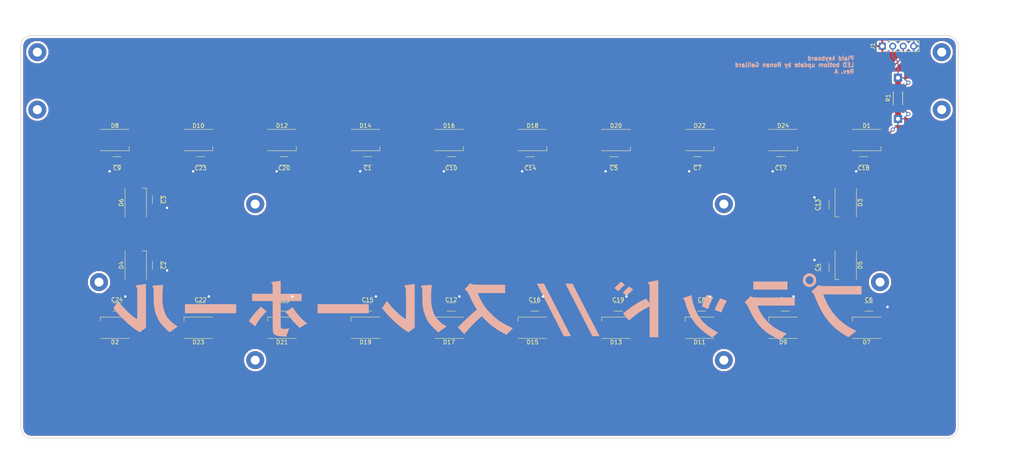
<source format=kicad_pcb>
(kicad_pcb (version 20171130) (host pcbnew "(5.0.1-3-g963ef8bb5)")
  (layers (0 F.Cu signal) (31 B.Cu signal) (34 B.Paste user) (35 F.Paste user) (36 B.SilkS user) (37 F.SilkS user) (38 B.Mask user) (39 F.Mask user) (44 Edge.Cuts user))
  (net 0 "")
  (net 1 GND)
  (net 2 +5V)
  (net 3 "Net-(D1-Pad1)")
  (net 4 /DIN)
  (net 5 "Net-(D2-Pad1)")
  (net 6 "Net-(D2-Pad4)")
  (net 7 "Net-(D3-Pad1)")
  (net 8 "Net-(D4-Pad1)")
  (net 9 "Net-(D5-Pad1)")
  (net 10 "Net-(D6-Pad1)")
  (net 11 "Net-(D7-Pad1)")
  (net 12 "Net-(D10-Pad4)")
  (net 13 "Net-(D11-Pad4)")
  (net 14 "Net-(D10-Pad1)")
  (net 15 "Net-(D11-Pad1)")
  (net 16 "Net-(D12-Pad1)")
  (net 17 "Net-(D13-Pad1)")
  (net 18 "Net-(D14-Pad1)")
  (net 19 "Net-(D15-Pad1)")
  (net 20 "Net-(D16-Pad1)")
  (net 21 "Net-(D17-Pad1)")
  (net 22 "Net-(D18-Pad1)")
  (net 23 "Net-(D19-Pad1)")
  (net 24 "Net-(D20-Pad1)")
  (net 25 "Net-(D21-Pad1)")
  (net 26 "Net-(D22-Pad1)")
  (net 27 /DOUT)
  (net 28 "Net-(J1-Pad2)")
  (module Mounting_Holes:MountingHole_2.2mm_M2_Pad (layer F.Cu) (at 54 54)
    (fp_text reference H1 hide)
    (fp_text value M2)
    (pad 1 thru_hole circle (at 0 0) (size 4.4 4.4) (drill 2.2) (layers *.Cu *.Mask))
  )
  (module Mounting_Holes:MountingHole_2.2mm_M2_Pad (layer F.Cu) (at 54 68)
    (fp_text reference H2 hide)
    (fp_text value M2)
    (pad 1 thru_hole circle (at 0 0) (size 4.4 4.4) (drill 2.2) (layers *.Cu *.Mask))
  )
  (module Mounting_Holes:MountingHole_2.2mm_M2_Pad (layer F.Cu) (at 274 54)
    (fp_text reference H3 hide)
    (fp_text value M2)
    (pad 1 thru_hole circle (at 0 0) (size 4.4 4.4) (drill 2.2) (layers *.Cu *.Mask))
  )
  (module Mounting_Holes:MountingHole_2.2mm_M2_Pad (layer F.Cu) (at 274 68)
    (fp_text reference H4 hide)
    (fp_text value M2)
    (pad 1 thru_hole circle (at 0 0) (size 4.4 4.4) (drill 2.2) (layers *.Cu *.Mask))
  )
  (module Mounting_Holes:MountingHole_2.2mm_M2_Pad (layer F.Cu) (at 69 110)
    (fp_text reference H5 hide)
    (fp_text value M2)
    (pad 1 thru_hole circle (at 0 0) (size 4.4 4.4) (drill 2.2) (layers *.Cu *.Mask))
  )
  (module Mounting_Holes:MountingHole_2.2mm_M2_Pad (layer F.Cu) (at 107 91)
    (fp_text reference H6 hide)
    (fp_text value M2)
    (pad 1 thru_hole circle (at 0 0) (size 4.4 4.4) (drill 2.2) (layers *.Cu *.Mask))
  )
  (module Mounting_Holes:MountingHole_2.2mm_M2_Pad (layer F.Cu) (at 107 129)
    (fp_text reference H7 hide)
    (fp_text value M2)
    (pad 1 thru_hole circle (at 0 0) (size 4.4 4.4) (drill 2.2) (layers *.Cu *.Mask))
  )
  (module Mounting_Holes:MountingHole_2.2mm_M2_Pad (layer F.Cu) (at 221 91)
    (fp_text reference H8 hide)
    (fp_text value M2)
    (pad 1 thru_hole circle (at 0 0) (size 4.4 4.4) (drill 2.2) (layers *.Cu *.Mask))
  )
  (module Mounting_Holes:MountingHole_2.2mm_M2_Pad (layer F.Cu) (at 221 129)
    (fp_text reference H9 hide)
    (fp_text value M2)
    (pad 1 thru_hole circle (at 0 0) (size 4.4 4.4) (drill 2.2) (layers *.Cu *.Mask))
  )
  (module Mounting_Holes:MountingHole_2.2mm_M2_Pad (layer F.Cu) (at 259 110)
    (fp_text reference H10 hide)
    (fp_text value M2)
    (pad 1 thru_hole circle (at 0 0) (size 4.4 4.4) (drill 2.2) (layers *.Cu *.Mask))
  )
  (module Capacitors_SMD:C_1206_HandSoldering (layer F.Cu) (at 134.36 80.48 180)
    (fp_text reference C1 (at 0 -1.75 180) (layer F.SilkS))
    (fp_text value 10uF)
    (pad 2 smd rect (at 2 0 180) (size 2 1.6) (layers F.Cu F.Paste F.Mask) (net 1 GND))
    (pad 1 smd rect (at -2 0 180) (size 2 1.6) (layers F.Cu F.Paste F.Mask) (net 2 +5V))
  )
  (module Capacitors_SMD:C_1206_HandSoldering (layer F.Cu) (at 83.02 105.88 270)
    (fp_text reference C2 (at 0 -1.75 270) (layer F.SilkS))
    (fp_text value 10uF)
    (pad 2 smd rect (at 2 0 270) (size 2 1.6) (layers F.Cu F.Paste F.Mask) (net 1 GND))
    (pad 1 smd rect (at -2 0 270) (size 2 1.6) (layers F.Cu F.Paste F.Mask) (net 2 +5V))
  )
  (module Capacitors_SMD:C_1206_HandSoldering (layer F.Cu) (at 83.02 89.91 270)
    (fp_text reference C3 (at 0 -1.75 270) (layer F.SilkS))
    (fp_text value 10uF)
    (pad 1 smd rect (at -2 0 270) (size 2 1.6) (layers F.Cu F.Paste F.Mask) (net 2 +5V))
    (pad 2 smd rect (at 2 0 270) (size 2 1.6) (layers F.Cu F.Paste F.Mask) (net 1 GND))
  )
  (module Capacitors_SMD:C_1206_HandSoldering (layer F.Cu) (at 245.58 106.42 90)
    (fp_text reference C4 (at 0 -1.75 90) (layer F.SilkS))
    (fp_text value 10uF)
    (pad 1 smd rect (at -2 0 90) (size 2 1.6) (layers F.Cu F.Paste F.Mask) (net 2 +5V))
    (pad 2 smd rect (at 2 0 90) (size 2 1.6) (layers F.Cu F.Paste F.Mask) (net 1 GND))
  )
  (module Capacitors_SMD:C_1206_HandSoldering (layer F.Cu) (at 194.24 80.48 180)
    (fp_text reference C5 (at 0 -1.75 180) (layer F.SilkS))
    (fp_text value 10uF)
    (pad 2 smd rect (at 2 0 180) (size 2 1.6) (layers F.Cu F.Paste F.Mask) (net 1 GND))
    (pad 1 smd rect (at -2 0 180) (size 2 1.6) (layers F.Cu F.Paste F.Mask) (net 2 +5V))
  )
  (module Capacitors_SMD:C_1206_HandSoldering (layer F.Cu) (at 256.28 116.04)
    (fp_text reference C6 (at 0 -1.75) (layer F.SilkS))
    (fp_text value 10uF)
    (pad 2 smd rect (at 2 0) (size 2 1.6) (layers F.Cu F.Paste F.Mask) (net 1 GND))
    (pad 1 smd rect (at -2 0) (size 2 1.6) (layers F.Cu F.Paste F.Mask) (net 2 +5V))
  )
  (module Capacitors_SMD:C_1206_HandSoldering (layer F.Cu) (at 214.56 80.48 180)
    (fp_text reference C7 (at 0 -1.75 180) (layer F.SilkS))
    (fp_text value 10uF)
    (pad 1 smd rect (at -2 0 180) (size 2 1.6) (layers F.Cu F.Paste F.Mask) (net 2 +5V))
    (pad 2 smd rect (at 2 0 180) (size 2 1.6) (layers F.Cu F.Paste F.Mask) (net 1 GND))
  )
  (module Capacitors_SMD:C_1206_HandSoldering (layer F.Cu) (at 215.64 116.04)
    (fp_text reference C8 (at 0 -1.75) (layer F.SilkS))
    (fp_text value 10uF)
    (pad 1 smd rect (at -2 0) (size 2 1.6) (layers F.Cu F.Paste F.Mask) (net 2 +5V))
    (pad 2 smd rect (at 2 0) (size 2 1.6) (layers F.Cu F.Paste F.Mask) (net 1 GND))
  )
  (module Capacitors_SMD:C_1206_HandSoldering (layer F.Cu) (at 73.4 80.48 180)
    (fp_text reference C9 (at 0 -1.75 180) (layer F.SilkS))
    (fp_text value 10uF)
    (pad 2 smd rect (at 2 0 180) (size 2 1.6) (layers F.Cu F.Paste F.Mask) (net 1 GND))
    (pad 1 smd rect (at -2 0 180) (size 2 1.6) (layers F.Cu F.Paste F.Mask) (net 2 +5V))
  )
  (module Capacitors_SMD:C_1206_HandSoldering (layer F.Cu) (at 154.68 80.48 180)
    (fp_text reference C10 (at 0 -1.75 180) (layer F.SilkS))
    (fp_text value 10uF)
    (pad 2 smd rect (at 2 0 180) (size 2 1.6) (layers F.Cu F.Paste F.Mask) (net 1 GND))
    (pad 1 smd rect (at -2 0 180) (size 2 1.6) (layers F.Cu F.Paste F.Mask) (net 2 +5V))
  )
  (module Capacitors_SMD:C_1206_HandSoldering (layer F.Cu) (at 235.96 116.04)
    (fp_text reference C11 (at 0 -1.75) (layer F.SilkS))
    (fp_text value 10uF)
    (pad 1 smd rect (at -2 0) (size 2 1.6) (layers F.Cu F.Paste F.Mask) (net 2 +5V))
    (pad 2 smd rect (at 2 0) (size 2 1.6) (layers F.Cu F.Paste F.Mask) (net 1 GND))
  )
  (module Capacitors_SMD:C_1206_HandSoldering (layer F.Cu) (at 154.68 116.04)
    (fp_text reference C12 (at 0 -1.75) (layer F.SilkS))
    (fp_text value 10uF)
    (pad 1 smd rect (at -2 0) (size 2 1.6) (layers F.Cu F.Paste F.Mask) (net 2 +5V))
    (pad 2 smd rect (at 2 0) (size 2 1.6) (layers F.Cu F.Paste F.Mask) (net 1 GND))
  )
  (module Capacitors_SMD:C_1206_HandSoldering (layer F.Cu) (at 245.58 91.18 90)
    (fp_text reference C13 (at 0 -1.75 90) (layer F.SilkS))
    (fp_text value 10uF)
    (pad 2 smd rect (at 2 0 90) (size 2 1.6) (layers F.Cu F.Paste F.Mask) (net 1 GND))
    (pad 1 smd rect (at -2 0 90) (size 2 1.6) (layers F.Cu F.Paste F.Mask) (net 2 +5V))
  )
  (module Capacitors_SMD:C_1206_HandSoldering (layer F.Cu) (at 173.92 80.48 180)
    (fp_text reference C14 (at 0 -1.75 180) (layer F.SilkS))
    (fp_text value 10uF)
    (pad 2 smd rect (at 2 0 180) (size 2 1.6) (layers F.Cu F.Paste F.Mask) (net 1 GND))
    (pad 1 smd rect (at -2 0 180) (size 2 1.6) (layers F.Cu F.Paste F.Mask) (net 2 +5V))
  )
  (module Capacitors_SMD:C_1206_HandSoldering (layer F.Cu) (at 134.36 116.04)
    (fp_text reference C15 (at 0 -1.75) (layer F.SilkS))
    (fp_text value 10uF)
    (pad 1 smd rect (at -2 0) (size 2 1.6) (layers F.Cu F.Paste F.Mask) (net 2 +5V))
    (pad 2 smd rect (at 2 0) (size 2 1.6) (layers F.Cu F.Paste F.Mask) (net 1 GND))
  )
  (module Capacitors_SMD:C_1206_HandSoldering (layer F.Cu) (at 175 116.04)
    (fp_text reference C16 (at 0 -1.75) (layer F.SilkS))
    (fp_text value 10uF)
    (pad 1 smd rect (at -2 0) (size 2 1.6) (layers F.Cu F.Paste F.Mask) (net 2 +5V))
    (pad 2 smd rect (at 2 0) (size 2 1.6) (layers F.Cu F.Paste F.Mask) (net 1 GND))
  )
  (module Capacitors_SMD:C_1206_HandSoldering (layer F.Cu) (at 234.88 80.48 180)
    (fp_text reference C17 (at 0 -1.75 180) (layer F.SilkS))
    (fp_text value 10uF)
    (pad 2 smd rect (at 2 0 180) (size 2 1.6) (layers F.Cu F.Paste F.Mask) (net 1 GND))
    (pad 1 smd rect (at -2 0 180) (size 2 1.6) (layers F.Cu F.Paste F.Mask) (net 2 +5V))
  )
  (module Capacitors_SMD:C_1206_HandSoldering (layer F.Cu) (at 255.01 80.48 180)
    (fp_text reference C18 (at 0 -1.75 180) (layer F.SilkS))
    (fp_text value 10uF)
    (pad 2 smd rect (at 2 0 180) (size 2 1.6) (layers F.Cu F.Paste F.Mask) (net 1 GND))
    (pad 1 smd rect (at -2 0 180) (size 2 1.6) (layers F.Cu F.Paste F.Mask) (net 2 +5V))
  )
  (module Capacitors_SMD:C_1206_HandSoldering (layer F.Cu) (at 195.32 116.04)
    (fp_text reference C19 (at 0 -1.75) (layer F.SilkS))
    (fp_text value 10uF)
    (pad 1 smd rect (at -2 0) (size 2 1.6) (layers F.Cu F.Paste F.Mask) (net 2 +5V))
    (pad 2 smd rect (at 2 0) (size 2 1.6) (layers F.Cu F.Paste F.Mask) (net 1 GND))
  )
  (module Capacitors_SMD:C_1206_HandSoldering (layer F.Cu) (at 114.04 80.48 180)
    (fp_text reference C20 (at 0 -1.75 180) (layer F.SilkS))
    (fp_text value 10uF)
    (pad 1 smd rect (at -2 0 180) (size 2 1.6) (layers F.Cu F.Paste F.Mask) (net 2 +5V))
    (pad 2 smd rect (at 2 0 180) (size 2 1.6) (layers F.Cu F.Paste F.Mask) (net 1 GND))
  )
  (module Capacitors_SMD:C_1206_HandSoldering (layer F.Cu) (at 114.04 116.04)
    (fp_text reference C21 (at 0 -1.75) (layer F.SilkS))
    (fp_text value 10uF)
    (pad 2 smd rect (at 2 0) (size 2 1.6) (layers F.Cu F.Paste F.Mask) (net 1 GND))
    (pad 1 smd rect (at -2 0) (size 2 1.6) (layers F.Cu F.Paste F.Mask) (net 2 +5V))
  )
  (module Capacitors_SMD:C_1206_HandSoldering (layer F.Cu) (at 93.72 116.04)
    (fp_text reference C22 (at 0 -1.75) (layer F.SilkS))
    (fp_text value 10uF)
    (pad 2 smd rect (at 2 0) (size 2 1.6) (layers F.Cu F.Paste F.Mask) (net 1 GND))
    (pad 1 smd rect (at -2 0) (size 2 1.6) (layers F.Cu F.Paste F.Mask) (net 2 +5V))
  )
  (module Capacitors_SMD:C_1206_HandSoldering (layer F.Cu) (at 93.72 80.48 180)
    (fp_text reference C23 (at 0 -1.75 180) (layer F.SilkS))
    (fp_text value 10uF)
    (pad 1 smd rect (at -2 0 180) (size 2 1.6) (layers F.Cu F.Paste F.Mask) (net 2 +5V))
    (pad 2 smd rect (at 2 0 180) (size 2 1.6) (layers F.Cu F.Paste F.Mask) (net 1 GND))
  )
  (module Capacitors_SMD:C_1206_HandSoldering (layer F.Cu) (at 73.4 116.04)
    (fp_text reference C24 (at 0 -1.75) (layer F.SilkS))
    (fp_text value 10uF)
    (pad 1 smd rect (at -2 0) (size 2 1.6) (layers F.Cu F.Paste F.Mask) (net 2 +5V))
    (pad 2 smd rect (at 2 0) (size 2 1.6) (layers F.Cu F.Paste F.Mask) (net 1 GND))
  )
  (module LEDs:LED_WS2812B-PLCC4 (layer F.Cu) (at 255.74 75.4)
    (fp_text reference D1 (at 0 -3.5) (layer F.SilkS))
    (fp_text value NeoPixel_THT)
    (pad 1 smd rect (at -2.5 -1.6) (size 1.6 1) (layers F.Cu F.Paste F.Mask) (net 3 "Net-(D1-Pad1)"))
    (pad 2 smd rect (at -2.5 1.6) (size 1.6 1) (layers F.Cu F.Paste F.Mask) (net 1 GND))
    (pad 4 smd rect (at 2.5 -1.6) (size 1.6 1) (layers F.Cu F.Paste F.Mask) (net 4 /DIN))
    (pad 3 smd rect (at 2.5 1.6) (size 1.6 1) (layers F.Cu F.Paste F.Mask) (net 2 +5V))
  )
  (module LEDs:LED_WS2812B-PLCC4 (layer F.Cu) (at 72.86 121.12 180)
    (fp_text reference D2 (at 0 -3.5 180) (layer F.SilkS))
    (fp_text value NeoPixel_THT)
    (pad 1 smd rect (at -2.5 -1.6 180) (size 1.6 1) (layers F.Cu F.Paste F.Mask) (net 5 "Net-(D2-Pad1)"))
    (pad 2 smd rect (at -2.5 1.6 180) (size 1.6 1) (layers F.Cu F.Paste F.Mask) (net 1 GND))
    (pad 4 smd rect (at 2.5 -1.6 180) (size 1.6 1) (layers F.Cu F.Paste F.Mask) (net 6 "Net-(D2-Pad4)"))
    (pad 3 smd rect (at 2.5 1.6 180) (size 1.6 1) (layers F.Cu F.Paste F.Mask) (net 2 +5V))
  )
  (module LEDs:LED_WS2812B-PLCC4 (layer F.Cu) (at 250.66 90.64 270)
    (fp_text reference D3 (at 0 -3.5 270) (layer F.SilkS))
    (fp_text value NeoPixel_THT)
    (pad 3 smd rect (at 2.5 1.6 270) (size 1.6 1) (layers F.Cu F.Paste F.Mask) (net 2 +5V))
    (pad 4 smd rect (at 2.5 -1.6 270) (size 1.6 1) (layers F.Cu F.Paste F.Mask) (net 3 "Net-(D1-Pad1)"))
    (pad 2 smd rect (at -2.5 1.6 270) (size 1.6 1) (layers F.Cu F.Paste F.Mask) (net 1 GND))
    (pad 1 smd rect (at -2.5 -1.6 270) (size 1.6 1) (layers F.Cu F.Paste F.Mask) (net 7 "Net-(D3-Pad1)"))
  )
  (module LEDs:LED_WS2812B-PLCC4 (layer F.Cu) (at 77.94 105.88 90)
    (fp_text reference D4 (at 0 -3.5 90) (layer F.SilkS))
    (fp_text value NeoPixel_THT)
    (pad 3 smd rect (at 2.5 1.6 90) (size 1.6 1) (layers F.Cu F.Paste F.Mask) (net 2 +5V))
    (pad 4 smd rect (at 2.5 -1.6 90) (size 1.6 1) (layers F.Cu F.Paste F.Mask) (net 5 "Net-(D2-Pad1)"))
    (pad 2 smd rect (at -2.5 1.6 90) (size 1.6 1) (layers F.Cu F.Paste F.Mask) (net 1 GND))
    (pad 1 smd rect (at -2.5 -1.6 90) (size 1.6 1) (layers F.Cu F.Paste F.Mask) (net 8 "Net-(D4-Pad1)"))
  )
  (module LEDs:LED_WS2812B-PLCC4 (layer F.Cu) (at 250.66 105.88 270)
    (fp_text reference D5 (at 0 -3.5 270) (layer F.SilkS))
    (fp_text value NeoPixel_THT)
    (pad 1 smd rect (at -2.5 -1.6 270) (size 1.6 1) (layers F.Cu F.Paste F.Mask) (net 9 "Net-(D5-Pad1)"))
    (pad 2 smd rect (at -2.5 1.6 270) (size 1.6 1) (layers F.Cu F.Paste F.Mask) (net 1 GND))
    (pad 4 smd rect (at 2.5 -1.6 270) (size 1.6 1) (layers F.Cu F.Paste F.Mask) (net 7 "Net-(D3-Pad1)"))
    (pad 3 smd rect (at 2.5 1.6 270) (size 1.6 1) (layers F.Cu F.Paste F.Mask) (net 2 +5V))
  )
  (module LEDs:LED_WS2812B-PLCC4 (layer F.Cu) (at 77.94 90.64 90)
    (fp_text reference D6 (at 0 -3.5 90) (layer F.SilkS))
    (fp_text value NeoPixel_THT)
    (pad 1 smd rect (at -2.5 -1.6 90) (size 1.6 1) (layers F.Cu F.Paste F.Mask) (net 10 "Net-(D6-Pad1)"))
    (pad 2 smd rect (at -2.5 1.6 90) (size 1.6 1) (layers F.Cu F.Paste F.Mask) (net 1 GND))
    (pad 4 smd rect (at 2.5 -1.6 90) (size 1.6 1) (layers F.Cu F.Paste F.Mask) (net 8 "Net-(D4-Pad1)"))
    (pad 3 smd rect (at 2.5 1.6 90) (size 1.6 1) (layers F.Cu F.Paste F.Mask) (net 2 +5V))
  )
  (module LEDs:LED_WS2812B-PLCC4 (layer F.Cu) (at 255.74 121.12 180)
    (fp_text reference D7 (at 0 -3.5 180) (layer F.SilkS))
    (fp_text value NeoPixel_THT)
    (pad 3 smd rect (at 2.5 1.6 180) (size 1.6 1) (layers F.Cu F.Paste F.Mask) (net 2 +5V))
    (pad 4 smd rect (at 2.5 -1.6 180) (size 1.6 1) (layers F.Cu F.Paste F.Mask) (net 9 "Net-(D5-Pad1)"))
    (pad 2 smd rect (at -2.5 1.6 180) (size 1.6 1) (layers F.Cu F.Paste F.Mask) (net 1 GND))
    (pad 1 smd rect (at -2.5 -1.6 180) (size 1.6 1) (layers F.Cu F.Paste F.Mask) (net 11 "Net-(D7-Pad1)"))
  )
  (module LEDs:LED_WS2812B-PLCC4 (layer F.Cu) (at 72.86 75.4)
    (fp_text reference D8 (at 0 -3.5) (layer F.SilkS))
    (fp_text value NeoPixel_THT)
    (pad 3 smd rect (at 2.5 1.6) (size 1.6 1) (layers F.Cu F.Paste F.Mask) (net 2 +5V))
    (pad 4 smd rect (at 2.5 -1.6) (size 1.6 1) (layers F.Cu F.Paste F.Mask) (net 10 "Net-(D6-Pad1)"))
    (pad 2 smd rect (at -2.5 1.6) (size 1.6 1) (layers F.Cu F.Paste F.Mask) (net 1 GND))
    (pad 1 smd rect (at -2.5 -1.6) (size 1.6 1) (layers F.Cu F.Paste F.Mask) (net 12 "Net-(D10-Pad4)"))
  )
  (module LEDs:LED_WS2812B-PLCC4 (layer F.Cu) (at 235.42 121.12 180)
    (fp_text reference D9 (at 0 -3.5 180) (layer F.SilkS))
    (fp_text value NeoPixel_THT)
    (pad 1 smd rect (at -2.5 -1.6 180) (size 1.6 1) (layers F.Cu F.Paste F.Mask) (net 13 "Net-(D11-Pad4)"))
    (pad 2 smd rect (at -2.5 1.6 180) (size 1.6 1) (layers F.Cu F.Paste F.Mask) (net 1 GND))
    (pad 4 smd rect (at 2.5 -1.6 180) (size 1.6 1) (layers F.Cu F.Paste F.Mask) (net 11 "Net-(D7-Pad1)"))
    (pad 3 smd rect (at 2.5 1.6 180) (size 1.6 1) (layers F.Cu F.Paste F.Mask) (net 2 +5V))
  )
  (module LEDs:LED_WS2812B-PLCC4 (layer F.Cu) (at 93.18 75.4)
    (fp_text reference D10 (at 0 -3.5) (layer F.SilkS))
    (fp_text value NeoPixel_THT)
    (pad 1 smd rect (at -2.5 -1.6) (size 1.6 1) (layers F.Cu F.Paste F.Mask) (net 14 "Net-(D10-Pad1)"))
    (pad 2 smd rect (at -2.5 1.6) (size 1.6 1) (layers F.Cu F.Paste F.Mask) (net 1 GND))
    (pad 4 smd rect (at 2.5 -1.6) (size 1.6 1) (layers F.Cu F.Paste F.Mask) (net 12 "Net-(D10-Pad4)"))
    (pad 3 smd rect (at 2.5 1.6) (size 1.6 1) (layers F.Cu F.Paste F.Mask) (net 2 +5V))
  )
  (module LEDs:LED_WS2812B-PLCC4 (layer F.Cu) (at 215.1 121.12 180)
    (fp_text reference D11 (at 0 -3.5 180) (layer F.SilkS))
    (fp_text value NeoPixel_THT)
    (pad 3 smd rect (at 2.5 1.6 180) (size 1.6 1) (layers F.Cu F.Paste F.Mask) (net 2 +5V))
    (pad 4 smd rect (at 2.5 -1.6 180) (size 1.6 1) (layers F.Cu F.Paste F.Mask) (net 13 "Net-(D11-Pad4)"))
    (pad 2 smd rect (at -2.5 1.6 180) (size 1.6 1) (layers F.Cu F.Paste F.Mask) (net 1 GND))
    (pad 1 smd rect (at -2.5 -1.6 180) (size 1.6 1) (layers F.Cu F.Paste F.Mask) (net 15 "Net-(D11-Pad1)"))
  )
  (module LEDs:LED_WS2812B-PLCC4 (layer F.Cu) (at 113.5 75.4)
    (fp_text reference D12 (at 0 -3.5) (layer F.SilkS))
    (fp_text value NeoPixel_THT)
    (pad 3 smd rect (at 2.5 1.6) (size 1.6 1) (layers F.Cu F.Paste F.Mask) (net 2 +5V))
    (pad 4 smd rect (at 2.5 -1.6) (size 1.6 1) (layers F.Cu F.Paste F.Mask) (net 14 "Net-(D10-Pad1)"))
    (pad 2 smd rect (at -2.5 1.6) (size 1.6 1) (layers F.Cu F.Paste F.Mask) (net 1 GND))
    (pad 1 smd rect (at -2.5 -1.6) (size 1.6 1) (layers F.Cu F.Paste F.Mask) (net 16 "Net-(D12-Pad1)"))
  )
  (module LEDs:LED_WS2812B-PLCC4 (layer F.Cu) (at 194.78 121.12 180)
    (fp_text reference D13 (at 0 -3.5 180) (layer F.SilkS))
    (fp_text value NeoPixel_THT)
    (pad 1 smd rect (at -2.5 -1.6 180) (size 1.6 1) (layers F.Cu F.Paste F.Mask) (net 17 "Net-(D13-Pad1)"))
    (pad 2 smd rect (at -2.5 1.6 180) (size 1.6 1) (layers F.Cu F.Paste F.Mask) (net 1 GND))
    (pad 4 smd rect (at 2.5 -1.6 180) (size 1.6 1) (layers F.Cu F.Paste F.Mask) (net 15 "Net-(D11-Pad1)"))
    (pad 3 smd rect (at 2.5 1.6 180) (size 1.6 1) (layers F.Cu F.Paste F.Mask) (net 2 +5V))
  )
  (module LEDs:LED_WS2812B-PLCC4 (layer F.Cu) (at 133.82 75.4)
    (fp_text reference D14 (at 0 -3.5) (layer F.SilkS))
    (fp_text value NeoPixel_THT)
    (pad 1 smd rect (at -2.5 -1.6) (size 1.6 1) (layers F.Cu F.Paste F.Mask) (net 18 "Net-(D14-Pad1)"))
    (pad 2 smd rect (at -2.5 1.6) (size 1.6 1) (layers F.Cu F.Paste F.Mask) (net 1 GND))
    (pad 4 smd rect (at 2.5 -1.6) (size 1.6 1) (layers F.Cu F.Paste F.Mask) (net 16 "Net-(D12-Pad1)"))
    (pad 3 smd rect (at 2.5 1.6) (size 1.6 1) (layers F.Cu F.Paste F.Mask) (net 2 +5V))
  )
  (module LEDs:LED_WS2812B-PLCC4 (layer F.Cu) (at 174.46 121.12 180)
    (fp_text reference D15 (at 0 -3.5 180) (layer F.SilkS))
    (fp_text value NeoPixel_THT)
    (pad 3 smd rect (at 2.5 1.6 180) (size 1.6 1) (layers F.Cu F.Paste F.Mask) (net 2 +5V))
    (pad 4 smd rect (at 2.5 -1.6 180) (size 1.6 1) (layers F.Cu F.Paste F.Mask) (net 17 "Net-(D13-Pad1)"))
    (pad 2 smd rect (at -2.5 1.6 180) (size 1.6 1) (layers F.Cu F.Paste F.Mask) (net 1 GND))
    (pad 1 smd rect (at -2.5 -1.6 180) (size 1.6 1) (layers F.Cu F.Paste F.Mask) (net 19 "Net-(D15-Pad1)"))
  )
  (module LEDs:LED_WS2812B-PLCC4 (layer F.Cu) (at 154.14 75.4)
    (fp_text reference D16 (at 0 -3.5) (layer F.SilkS))
    (fp_text value NeoPixel_THT)
    (pad 3 smd rect (at 2.5 1.6) (size 1.6 1) (layers F.Cu F.Paste F.Mask) (net 2 +5V))
    (pad 4 smd rect (at 2.5 -1.6) (size 1.6 1) (layers F.Cu F.Paste F.Mask) (net 18 "Net-(D14-Pad1)"))
    (pad 2 smd rect (at -2.5 1.6) (size 1.6 1) (layers F.Cu F.Paste F.Mask) (net 1 GND))
    (pad 1 smd rect (at -2.5 -1.6) (size 1.6 1) (layers F.Cu F.Paste F.Mask) (net 20 "Net-(D16-Pad1)"))
  )
  (module LEDs:LED_WS2812B-PLCC4 (layer F.Cu) (at 154.14 121.12 180)
    (fp_text reference D17 (at 0 -3.5 180) (layer F.SilkS))
    (fp_text value NeoPixel_THT)
    (pad 1 smd rect (at -2.5 -1.6 180) (size 1.6 1) (layers F.Cu F.Paste F.Mask) (net 21 "Net-(D17-Pad1)"))
    (pad 2 smd rect (at -2.5 1.6 180) (size 1.6 1) (layers F.Cu F.Paste F.Mask) (net 1 GND))
    (pad 4 smd rect (at 2.5 -1.6 180) (size 1.6 1) (layers F.Cu F.Paste F.Mask) (net 19 "Net-(D15-Pad1)"))
    (pad 3 smd rect (at 2.5 1.6 180) (size 1.6 1) (layers F.Cu F.Paste F.Mask) (net 2 +5V))
  )
  (module LEDs:LED_WS2812B-PLCC4 (layer F.Cu) (at 174.46 75.4)
    (fp_text reference D18 (at 0 -3.5) (layer F.SilkS))
    (fp_text value NeoPixel_THT)
    (pad 1 smd rect (at -2.5 -1.6) (size 1.6 1) (layers F.Cu F.Paste F.Mask) (net 22 "Net-(D18-Pad1)"))
    (pad 2 smd rect (at -2.5 1.6) (size 1.6 1) (layers F.Cu F.Paste F.Mask) (net 1 GND))
    (pad 4 smd rect (at 2.5 -1.6) (size 1.6 1) (layers F.Cu F.Paste F.Mask) (net 20 "Net-(D16-Pad1)"))
    (pad 3 smd rect (at 2.5 1.6) (size 1.6 1) (layers F.Cu F.Paste F.Mask) (net 2 +5V))
  )
  (module LEDs:LED_WS2812B-PLCC4 (layer F.Cu) (at 133.82 121.12 180)
    (fp_text reference D19 (at 0 -3.5 180) (layer F.SilkS))
    (fp_text value NeoPixel_THT)
    (pad 3 smd rect (at 2.5 1.6 180) (size 1.6 1) (layers F.Cu F.Paste F.Mask) (net 2 +5V))
    (pad 4 smd rect (at 2.5 -1.6 180) (size 1.6 1) (layers F.Cu F.Paste F.Mask) (net 21 "Net-(D17-Pad1)"))
    (pad 2 smd rect (at -2.5 1.6 180) (size 1.6 1) (layers F.Cu F.Paste F.Mask) (net 1 GND))
    (pad 1 smd rect (at -2.5 -1.6 180) (size 1.6 1) (layers F.Cu F.Paste F.Mask) (net 23 "Net-(D19-Pad1)"))
  )
  (module LEDs:LED_WS2812B-PLCC4 (layer F.Cu) (at 194.78 75.4)
    (fp_text reference D20 (at 0 -3.5) (layer F.SilkS))
    (fp_text value NeoPixel_THT)
    (pad 3 smd rect (at 2.5 1.6) (size 1.6 1) (layers F.Cu F.Paste F.Mask) (net 2 +5V))
    (pad 4 smd rect (at 2.5 -1.6) (size 1.6 1) (layers F.Cu F.Paste F.Mask) (net 22 "Net-(D18-Pad1)"))
    (pad 2 smd rect (at -2.5 1.6) (size 1.6 1) (layers F.Cu F.Paste F.Mask) (net 1 GND))
    (pad 1 smd rect (at -2.5 -1.6) (size 1.6 1) (layers F.Cu F.Paste F.Mask) (net 24 "Net-(D20-Pad1)"))
  )
  (module LEDs:LED_WS2812B-PLCC4 (layer F.Cu) (at 113.54 121.12 180)
    (fp_text reference D21 (at 0 -3.5 180) (layer F.SilkS))
    (fp_text value NeoPixel_THT)
    (pad 1 smd rect (at -2.5 -1.6 180) (size 1.6 1) (layers F.Cu F.Paste F.Mask) (net 25 "Net-(D21-Pad1)"))
    (pad 2 smd rect (at -2.5 1.6 180) (size 1.6 1) (layers F.Cu F.Paste F.Mask) (net 1 GND))
    (pad 4 smd rect (at 2.5 -1.6 180) (size 1.6 1) (layers F.Cu F.Paste F.Mask) (net 23 "Net-(D19-Pad1)"))
    (pad 3 smd rect (at 2.5 1.6 180) (size 1.6 1) (layers F.Cu F.Paste F.Mask) (net 2 +5V))
  )
  (module LEDs:LED_WS2812B-PLCC4 (layer F.Cu) (at 215.1 75.4)
    (fp_text reference D22 (at 0 -3.5) (layer F.SilkS))
    (fp_text value NeoPixel_THT)
    (pad 1 smd rect (at -2.5 -1.6) (size 1.6 1) (layers F.Cu F.Paste F.Mask) (net 26 "Net-(D22-Pad1)"))
    (pad 2 smd rect (at -2.5 1.6) (size 1.6 1) (layers F.Cu F.Paste F.Mask) (net 1 GND))
    (pad 4 smd rect (at 2.5 -1.6) (size 1.6 1) (layers F.Cu F.Paste F.Mask) (net 24 "Net-(D20-Pad1)"))
    (pad 3 smd rect (at 2.5 1.6) (size 1.6 1) (layers F.Cu F.Paste F.Mask) (net 2 +5V))
  )
  (module LEDs:LED_WS2812B-PLCC4 (layer F.Cu) (at 93.18 121.12 180)
    (fp_text reference D23 (at 0 -3.5 180) (layer F.SilkS))
    (fp_text value NeoPixel_THT)
    (pad 3 smd rect (at 2.5 1.6 180) (size 1.6 1) (layers F.Cu F.Paste F.Mask) (net 2 +5V))
    (pad 4 smd rect (at 2.5 -1.6 180) (size 1.6 1) (layers F.Cu F.Paste F.Mask) (net 25 "Net-(D21-Pad1)"))
    (pad 2 smd rect (at -2.5 1.6 180) (size 1.6 1) (layers F.Cu F.Paste F.Mask) (net 1 GND))
    (pad 1 smd rect (at -2.5 -1.6 180) (size 1.6 1) (layers F.Cu F.Paste F.Mask) (net 6 "Net-(D2-Pad4)"))
  )
  (module LEDs:LED_WS2812B-PLCC4 (layer F.Cu) (at 235.42 75.4)
    (fp_text reference D24 (at 0 -3.5) (layer F.SilkS))
    (fp_text value NeoPixel_THT)
    (pad 3 smd rect (at 2.5 1.6) (size 1.6 1) (layers F.Cu F.Paste F.Mask) (net 2 +5V))
    (pad 4 smd rect (at 2.5 -1.6) (size 1.6 1) (layers F.Cu F.Paste F.Mask) (net 26 "Net-(D22-Pad1)"))
    (pad 2 smd rect (at -2.5 1.6) (size 1.6 1) (layers F.Cu F.Paste F.Mask) (net 1 GND))
    (pad 1 smd rect (at -2.5 -1.6) (size 1.6 1) (layers F.Cu F.Paste F.Mask) (net 27 /DOUT))
  )
  (module Resistors_Universal:Resistor_SMD+THTuniversal_1206_RM10_HandSoldering (layer F.Cu) (at 263.36 65.24 90)
    (fp_text reference R1 (at 0.09906 -2.4003 90) (layer F.SilkS))
    (fp_text value 300)
    (pad 1 smd rect (at -2.60096 0 90) (size 2.99974 1.39954) (layers F.Cu F.Paste F.Mask) (net 4 /DIN))
    (pad 2 smd rect (at 2.60096 0 90) (size 2.99974 1.39954) (layers F.Cu F.Paste F.Mask) (net 28 "Net-(J1-Pad2)"))
    (pad 1 thru_hole rect (at -5.00126 0 90) (size 1.99898 1.99898) (drill 1.00076) (layers *.Cu *.Mask) (net 4 /DIN))
    (pad 2 thru_hole rect (at 5.00126 0 90) (size 1.99898 1.99898) (drill 1.00076) (layers *.Cu *.Mask) (net 28 "Net-(J1-Pad2)"))
  )
  (module Pin_Headers:Pin_Header_Straight_1x04_Pitch2.54mm (layer F.Cu) (at 259.55 52.54 90)
    (fp_text reference J1 (at 0 -2.33 90) (layer F.SilkS))
    (fp_text value Conn_01x04_Male)
    (pad 1 thru_hole rect (at 0 0 90) (size 1.7 1.7) (drill 1) (layers *.Cu *.Mask) (net 2 +5V))
    (pad 2 thru_hole oval (at 0 2.54 90) (size 1.7 1.7) (drill 1) (layers *.Cu *.Mask) (net 28 "Net-(J1-Pad2)"))
    (pad 3 thru_hole oval (at 0 5.08 90) (size 1.7 1.7) (drill 1) (layers *.Cu *.Mask) (net 27 /DOUT))
    (pad 4 thru_hole oval (at 0 7.62 90) (size 1.7 1.7) (drill 1) (layers *.Cu *.Mask) (net 1 GND))
  )
  (module plaid_silk:plaid_bottomB (layer B.Cu) (at 164 118 180)
    (fp_text reference G*** hide)
    (fp_text value LOGO hide)
  )
  (gr_text "Plaid keyboard\nLED bottom update by Ronan Gaillard\nRev. A" (at 252.8 57.1) (layer B.SilkS) (effects (font (size 1 1) (thickness 0.25)) (justify left mirror)))
  (gr_arc (start 52.5 145.5) (end 50 145.5) (angle -90) (layer Edge.Cuts) (width 0.15))
  (gr_arc (start 275.5 145.5) (end 275.5 148) (angle -90) (layer Edge.Cuts) (width 0.15))
  (gr_arc (start 275.5 52.5) (end 278 52.5) (angle -90) (layer Edge.Cuts) (width 0.15))
  (gr_arc (start 52.5 52.5) (end 52.5 50) (angle -90) (layer Edge.Cuts) (width 0.15))
  (gr_line (start 50 145.5) (end 50 52.5) (layer Edge.Cuts) (width 0.15))
  (gr_line (start 275.5 148) (end 52.5 148) (layer Edge.Cuts) (width 0.15))
  (gr_line (start 278 52.5) (end 278 145.5) (layer Edge.Cuts) (width 0.15))
  (gr_line (start 244.5 50) (end 275.5 50) (layer Edge.Cuts) (width 0.15))
  (gr_line (start 244.5 50) (end 52.5 50) (layer Edge.Cuts) (width 0.15))
  (segment (start 237.96 119.48) (end 237.92 119.52) (width 0.6) (layer F.Cu) (net 1))
  (segment (start 237.96 116.04) (end 237.96 119.48) (width 0.6) (layer F.Cu) (net 1))
  (via (at 237.96 113.5) (size 1) (drill 0.6) (layers F.Cu B.Cu) (net 1))
  (segment (start 237.96 116.04) (end 237.96 113.5) (width 0.6) (layer F.Cu) (net 1))
  (segment (start 217.6 116.08) (end 217.64 116.04) (width 0.6) (layer F.Cu) (net 1))
  (segment (start 217.6 119.52) (end 217.6 116.08) (width 0.6) (layer F.Cu) (net 1))
  (via (at 217.64 113.5) (size 1) (drill 0.6) (layers F.Cu B.Cu) (net 1))
  (segment (start 217.64 116.04) (end 217.64 113.5) (width 0.6) (layer F.Cu) (net 1))
  (segment (start 197.28 116.08) (end 197.32 116.04) (width 0.6) (layer F.Cu) (net 1))
  (segment (start 197.28 119.52) (end 197.28 116.08) (width 0.6) (layer F.Cu) (net 1))
  (segment (start 197.32 116.04) (end 197.32 113.5) (width 0.6) (layer F.Cu) (net 1))
  (via (at 197.32 113.5) (size 1) (drill 0.6) (layers F.Cu B.Cu) (net 1))
  (segment (start 176.96 116.08) (end 177 116.04) (width 0.6) (layer F.Cu) (net 1))
  (segment (start 176.96 119.52) (end 176.96 116.08) (width 0.6) (layer F.Cu) (net 1))
  (via (at 177 113.5) (size 1) (drill 0.6) (layers F.Cu B.Cu) (net 1))
  (segment (start 177 116.04) (end 177 113.5) (width 0.6) (layer F.Cu) (net 1))
  (segment (start 156.64 116.08) (end 156.68 116.04) (width 0.6) (layer F.Cu) (net 1))
  (segment (start 156.64 119.52) (end 156.64 116.08) (width 0.6) (layer F.Cu) (net 1))
  (via (at 156.68 113.5) (size 1) (drill 0.6) (layers F.Cu B.Cu) (net 1))
  (segment (start 156.68 116.04) (end 156.68 113.5) (width 0.6) (layer F.Cu) (net 1))
  (segment (start 136.32 116.08) (end 136.36 116.04) (width 0.6) (layer F.Cu) (net 1))
  (segment (start 136.32 119.52) (end 136.32 116.08) (width 0.6) (layer F.Cu) (net 1))
  (via (at 136.36 113.5) (size 1) (drill 0.6) (layers F.Cu B.Cu) (net 1))
  (segment (start 136.36 116.04) (end 136.36 113.5) (width 0.6) (layer F.Cu) (net 1))
  (segment (start 116.04 119.52) (end 116.04 116.04) (width 0.6) (layer F.Cu) (net 1))
  (via (at 116.04 113.5) (size 1) (drill 0.6) (layers F.Cu B.Cu) (net 1))
  (segment (start 116.04 116.04) (end 116.04 113.5) (width 0.6) (layer F.Cu) (net 1))
  (segment (start 95.68 116.08) (end 95.72 116.04) (width 0.6) (layer F.Cu) (net 1))
  (segment (start 95.68 119.52) (end 95.68 116.08) (width 0.6) (layer F.Cu) (net 1))
  (via (at 95.72 113.5) (size 1) (drill 0.6) (layers F.Cu B.Cu) (net 1))
  (segment (start 95.72 116.04) (end 95.72 113.5) (width 0.6) (layer F.Cu) (net 1))
  (segment (start 75.36 116.08) (end 75.4 116.04) (width 0.6) (layer F.Cu) (net 1))
  (segment (start 75.36 119.52) (end 75.36 116.08) (width 0.6) (layer F.Cu) (net 1))
  (via (at 75.4 113.5) (size 1) (drill 0.6) (layers F.Cu B.Cu) (net 1))
  (segment (start 75.4 116.04) (end 75.4 113.5) (width 0.6) (layer F.Cu) (net 1))
  (segment (start 82.52 108.38) (end 83.02 107.88) (width 0.6) (layer F.Cu) (net 1))
  (segment (start 79.54 108.38) (end 82.52 108.38) (width 0.6) (layer F.Cu) (net 1))
  (via (at 85.56 107.15) (size 1) (drill 0.6) (layers F.Cu B.Cu) (net 1))
  (segment (start 84.83 107.88) (end 85.56 107.15) (width 0.6) (layer F.Cu) (net 1))
  (segment (start 83.02 107.88) (end 84.83 107.88) (width 0.6) (layer F.Cu) (net 1))
  (segment (start 81.79 93.14) (end 83.02 91.91) (width 0.6) (layer F.Cu) (net 1))
  (segment (start 79.54 93.14) (end 81.79 93.14) (width 0.6) (layer F.Cu) (net 1))
  (via (at 85.56 91.91) (size 1) (drill 0.6) (layers F.Cu B.Cu) (net 1))
  (segment (start 83.02 91.91) (end 85.56 91.91) (width 0.6) (layer F.Cu) (net 1))
  (segment (start 70.36 79.44) (end 71.4 80.48) (width 0.6) (layer F.Cu) (net 1))
  (segment (start 70.36 77) (end 70.36 79.44) (width 0.6) (layer F.Cu) (net 1))
  (via (at 71.59 83.02) (size 1) (drill 0.6) (layers F.Cu B.Cu) (net 1))
  (segment (start 71.4 82.83) (end 71.59 83.02) (width 0.6) (layer F.Cu) (net 1))
  (segment (start 71.4 80.48) (end 71.4 82.83) (width 0.6) (layer F.Cu) (net 1))
  (segment (start 90.68 79.44) (end 91.72 80.48) (width 0.6) (layer F.Cu) (net 1))
  (segment (start 90.68 77) (end 90.68 79.44) (width 0.6) (layer F.Cu) (net 1))
  (via (at 91.91 83.02) (size 1) (drill 0.6) (layers F.Cu B.Cu) (net 1))
  (segment (start 91.72 82.83) (end 91.91 83.02) (width 0.6) (layer F.Cu) (net 1))
  (segment (start 91.72 80.48) (end 91.72 82.83) (width 0.6) (layer F.Cu) (net 1))
  (segment (start 111 79.44) (end 112.04 80.48) (width 0.6) (layer F.Cu) (net 1))
  (segment (start 111 77) (end 111 79.44) (width 0.6) (layer F.Cu) (net 1))
  (via (at 112.23 83.02) (size 1) (drill 0.6) (layers F.Cu B.Cu) (net 1))
  (segment (start 112.04 82.83) (end 112.23 83.02) (width 0.6) (layer F.Cu) (net 1))
  (segment (start 112.04 80.48) (end 112.04 82.83) (width 0.6) (layer F.Cu) (net 1))
  (segment (start 131.32 79.44) (end 132.36 80.48) (width 0.6) (layer F.Cu) (net 1))
  (segment (start 131.32 77) (end 131.32 79.44) (width 0.6) (layer F.Cu) (net 1))
  (via (at 132.55 83.02) (size 1) (drill 0.6) (layers F.Cu B.Cu) (net 1))
  (segment (start 132.36 82.83) (end 132.55 83.02) (width 0.6) (layer F.Cu) (net 1))
  (segment (start 132.36 80.48) (end 132.36 82.83) (width 0.6) (layer F.Cu) (net 1))
  (segment (start 151.64 79.44) (end 152.68 80.48) (width 0.6) (layer F.Cu) (net 1))
  (segment (start 151.64 77) (end 151.64 79.44) (width 0.6) (layer F.Cu) (net 1))
  (via (at 152.87 83.02) (size 1) (drill 0.6) (layers F.Cu B.Cu) (net 1))
  (segment (start 152.68 82.83) (end 152.87 83.02) (width 0.6) (layer F.Cu) (net 1))
  (segment (start 152.68 80.48) (end 152.68 82.83) (width 0.6) (layer F.Cu) (net 1))
  (segment (start 171.96 80.44) (end 171.92 80.48) (width 0.6) (layer F.Cu) (net 1))
  (segment (start 171.96 77) (end 171.96 80.44) (width 0.6) (layer F.Cu) (net 1))
  (via (at 171.92 83.02) (size 1) (drill 0.6) (layers F.Cu B.Cu) (net 1))
  (segment (start 171.92 80.48) (end 171.92 83.02) (width 0.6) (layer F.Cu) (net 1))
  (segment (start 192.28 80.44) (end 192.24 80.48) (width 0.6) (layer F.Cu) (net 1))
  (segment (start 192.28 77) (end 192.28 80.44) (width 0.6) (layer F.Cu) (net 1))
  (via (at 192.24 83.02) (size 1) (drill 0.6) (layers F.Cu B.Cu) (net 1))
  (segment (start 192.24 80.48) (end 192.24 83.02) (width 0.6) (layer F.Cu) (net 1))
  (segment (start 212.6 80.44) (end 212.56 80.48) (width 0.6) (layer F.Cu) (net 1))
  (segment (start 212.6 77) (end 212.6 80.44) (width 0.6) (layer F.Cu) (net 1))
  (via (at 212.56 83.02) (size 1) (drill 0.6) (layers F.Cu B.Cu) (net 1))
  (segment (start 212.56 80.48) (end 212.56 83.02) (width 0.6) (layer F.Cu) (net 1))
  (segment (start 232.92 80.44) (end 232.88 80.48) (width 0.6) (layer F.Cu) (net 1))
  (segment (start 232.92 77) (end 232.92 80.44) (width 0.6) (layer F.Cu) (net 1))
  (via (at 232.88 83.02) (size 1) (drill 0.6) (layers F.Cu B.Cu) (net 1))
  (segment (start 232.88 80.48) (end 232.88 83.02) (width 0.6) (layer F.Cu) (net 1))
  (segment (start 253.24 80.25) (end 253.01 80.48) (width 0.6) (layer F.Cu) (net 1))
  (segment (start 253.24 77) (end 253.24 80.25) (width 0.6) (layer F.Cu) (net 1))
  (via (at 253.2 83.02) (size 1) (drill 0.6) (layers F.Cu B.Cu) (net 1))
  (segment (start 253.01 82.83) (end 253.2 83.02) (width 0.6) (layer F.Cu) (net 1))
  (segment (start 253.01 80.48) (end 253.01 82.83) (width 0.6) (layer F.Cu) (net 1))
  (segment (start 246.62 88.14) (end 245.58 89.18) (width 0.6) (layer F.Cu) (net 1))
  (segment (start 249.06 88.14) (end 246.62 88.14) (width 0.6) (layer F.Cu) (net 1))
  (segment (start 243.23 89.18) (end 243.04 89.37) (width 0.6) (layer F.Cu) (net 1))
  (via (at 243.04 89.37) (size 1) (drill 0.6) (layers F.Cu B.Cu) (net 1))
  (segment (start 245.58 89.18) (end 243.23 89.18) (width 0.6) (layer F.Cu) (net 1))
  (segment (start 246.62 103.38) (end 245.58 104.42) (width 0.6) (layer F.Cu) (net 1))
  (segment (start 249.06 103.38) (end 246.62 103.38) (width 0.6) (layer F.Cu) (net 1))
  (via (at 243.04 104.61) (size 1) (drill 0.6) (layers F.Cu B.Cu) (net 1))
  (segment (start 243.23 104.42) (end 243.04 104.61) (width 0.6) (layer F.Cu) (net 1))
  (segment (start 245.58 104.42) (end 243.23 104.42) (width 0.6) (layer F.Cu) (net 1))
  (segment (start 258.24 116.08) (end 258.28 116.04) (width 0.6) (layer F.Cu) (net 1))
  (segment (start 258.24 119.52) (end 258.24 116.08) (width 0.6) (layer F.Cu) (net 1))
  (via (at 260.82 116.04) (size 1) (drill 0.6) (layers F.Cu B.Cu) (net 1))
  (segment (start 258.28 116.04) (end 260.82 116.04) (width 0.6) (layer F.Cu) (net 1))
  (segment (start 252.26 92.04) (end 252.26 93.14) (width 0.3) (layer F.Cu) (net 3))
  (segment (start 251.309999 76.530001) (end 251.309999 91.089999) (width 0.3) (layer F.Cu) (net 3))
  (segment (start 253.24 74.6) (end 251.309999 76.530001) (width 0.3) (layer F.Cu) (net 3))
  (segment (start 251.309999 91.089999) (end 252.26 92.04) (width 0.3) (layer F.Cu) (net 3))
  (segment (start 253.24 73.8) (end 253.24 74.6) (width 0.3) (layer F.Cu) (net 3))
  (segment (start 263.36 71.59) (end 262.09 72.86) (width 0.3) (layer B.Cu) (net 4))
  (via (at 262.09 72.86) (size 1) (drill 0.6) (layers F.Cu B.Cu) (net 4))
  (segment (start 263.36 70.24126) (end 263.36 71.59) (width 0.3) (layer B.Cu) (net 4))
  (segment (start 261.15 73.8) (end 258.24 73.8) (width 0.3) (layer F.Cu) (net 4))
  (segment (start 262.09 72.86) (end 261.15 73.8) (width 0.3) (layer F.Cu) (net 4))
  (segment (start 263.36 70.24126) (end 264.70874 70.24126) (width 0.3) (layer B.Cu) (net 4))
  (segment (start 264.69096 67.84096) (end 263.36 67.84096) (width 0.3) (layer F.Cu) (net 4))
  (segment (start 265.9 69.05) (end 264.69096 67.84096) (width 0.3) (layer F.Cu) (net 4))
  (via (at 265.9 69.05) (size 1) (drill 0.6) (layers F.Cu B.Cu) (net 4))
  (segment (start 264.70874 70.24126) (end 265.9 69.05) (width 0.3) (layer B.Cu) (net 4))
  (segment (start 75.389999 105.430001) (end 76.34 104.48) (width 0.3) (layer F.Cu) (net 5))
  (segment (start 75.389999 107.532003) (end 75.389999 105.430001) (width 0.3) (layer F.Cu) (net 5))
  (segment (start 69.109999 113.812003) (end 75.389999 107.532003) (width 0.3) (layer F.Cu) (net 5))
  (segment (start 69.109999 123.580001) (end 69.109999 113.812003) (width 0.3) (layer F.Cu) (net 5))
  (segment (start 69.199999 123.670001) (end 69.109999 123.580001) (width 0.3) (layer F.Cu) (net 5))
  (segment (start 74.109999 123.670001) (end 69.199999 123.670001) (width 0.3) (layer F.Cu) (net 5))
  (segment (start 75.06 122.72) (end 74.109999 123.670001) (width 0.3) (layer F.Cu) (net 5))
  (segment (start 76.34 104.48) (end 76.34 103.38) (width 0.3) (layer F.Cu) (net 5))
  (segment (start 75.36 122.72) (end 75.06 122.72) (width 0.3) (layer F.Cu) (net 5))
  (segment (start 71.46 122.72) (end 70.36 122.72) (width 0.3) (layer F.Cu) (net 6))
  (segment (start 72.410001 121.769999) (end 71.46 122.72) (width 0.3) (layer F.Cu) (net 6))
  (segment (start 93.629999 121.769999) (end 72.410001 121.769999) (width 0.3) (layer F.Cu) (net 6))
  (segment (start 94.58 122.72) (end 93.629999 121.769999) (width 0.3) (layer F.Cu) (net 6))
  (segment (start 95.68 122.72) (end 94.58 122.72) (width 0.3) (layer F.Cu) (net 6))
  (segment (start 253.210001 89.390001) (end 253.210001 106.329999) (width 0.3) (layer F.Cu) (net 7))
  (segment (start 252.26 88.44) (end 253.210001 89.390001) (width 0.3) (layer F.Cu) (net 7))
  (segment (start 252.26 107.28) (end 252.26 108.38) (width 0.3) (layer F.Cu) (net 7))
  (segment (start 253.210001 106.329999) (end 252.26 107.28) (width 0.3) (layer F.Cu) (net 7))
  (segment (start 252.26 88.14) (end 252.26 88.44) (width 0.3) (layer F.Cu) (net 7))
  (segment (start 76.34 89.24) (end 76.34 88.14) (width 0.3) (layer F.Cu) (net 8))
  (segment (start 77.290001 90.190001) (end 76.34 89.24) (width 0.3) (layer F.Cu) (net 8))
  (segment (start 76.34 107.28) (end 77.290001 106.329999) (width 0.3) (layer F.Cu) (net 8))
  (segment (start 77.290001 106.329999) (end 77.290001 90.190001) (width 0.3) (layer F.Cu) (net 8))
  (segment (start 76.34 108.38) (end 76.34 107.28) (width 0.3) (layer F.Cu) (net 8))
  (segment (start 251.309999 119.989999) (end 253.24 121.92) (width 0.3) (layer F.Cu) (net 9))
  (segment (start 251.309999 105.430001) (end 251.309999 119.989999) (width 0.3) (layer F.Cu) (net 9))
  (segment (start 253.24 121.92) (end 253.24 122.72) (width 0.3) (layer F.Cu) (net 9))
  (segment (start 252.26 104.48) (end 251.309999 105.430001) (width 0.3) (layer F.Cu) (net 9))
  (segment (start 252.26 103.38) (end 252.26 104.48) (width 0.3) (layer F.Cu) (net 9))
  (segment (start 75.36 74.6) (end 75.36 73.8) (width 0.3) (layer F.Cu) (net 10))
  (segment (start 76.850001 76.090001) (end 75.36 74.6) (width 0.3) (layer F.Cu) (net 10))
  (segment (start 76.850001 81.640001) (end 76.850001 76.090001) (width 0.3) (layer F.Cu) (net 10))
  (segment (start 75.389999 83.100003) (end 76.850001 81.640001) (width 0.3) (layer F.Cu) (net 10))
  (segment (start 75.389999 91.889999) (end 75.389999 83.100003) (width 0.3) (layer F.Cu) (net 10))
  (segment (start 76.34 92.84) (end 75.389999 91.889999) (width 0.3) (layer F.Cu) (net 10))
  (segment (start 76.34 93.14) (end 76.34 92.84) (width 0.3) (layer F.Cu) (net 10))
  (segment (start 234.970001 123.670001) (end 234.02 122.72) (width 0.3) (layer F.Cu) (net 11))
  (segment (start 256.989999 123.670001) (end 234.970001 123.670001) (width 0.3) (layer F.Cu) (net 11))
  (segment (start 234.02 122.72) (end 232.92 122.72) (width 0.3) (layer F.Cu) (net 11))
  (segment (start 257.94 122.72) (end 256.989999 123.670001) (width 0.3) (layer F.Cu) (net 11))
  (segment (start 258.24 122.72) (end 257.94 122.72) (width 0.3) (layer F.Cu) (net 11))
  (segment (start 94.58 73.8) (end 95.68 73.8) (width 0.3) (layer F.Cu) (net 12))
  (segment (start 93.629999 72.849999) (end 94.58 73.8) (width 0.3) (layer F.Cu) (net 12))
  (segment (start 72.410001 72.849999) (end 93.629999 72.849999) (width 0.3) (layer F.Cu) (net 12))
  (segment (start 71.46 73.8) (end 72.410001 72.849999) (width 0.3) (layer F.Cu) (net 12))
  (segment (start 70.36 73.8) (end 71.46 73.8) (width 0.3) (layer F.Cu) (net 12))
  (segment (start 213.7 122.72) (end 212.6 122.72) (width 0.3) (layer F.Cu) (net 13))
  (segment (start 214.650001 121.769999) (end 213.7 122.72) (width 0.3) (layer F.Cu) (net 13))
  (segment (start 235.869999 121.769999) (end 214.650001 121.769999) (width 0.3) (layer F.Cu) (net 13))
  (segment (start 236.82 122.72) (end 235.869999 121.769999) (width 0.3) (layer F.Cu) (net 13))
  (segment (start 237.92 122.72) (end 236.82 122.72) (width 0.3) (layer F.Cu) (net 13))
  (segment (start 114.9 73.8) (end 116 73.8) (width 0.3) (layer F.Cu) (net 14))
  (segment (start 113.949999 74.750001) (end 114.9 73.8) (width 0.3) (layer F.Cu) (net 14))
  (segment (start 92.730001 74.750001) (end 113.949999 74.750001) (width 0.3) (layer F.Cu) (net 14))
  (segment (start 91.78 73.8) (end 92.730001 74.750001) (width 0.3) (layer F.Cu) (net 14))
  (segment (start 90.68 73.8) (end 91.78 73.8) (width 0.3) (layer F.Cu) (net 14))
  (segment (start 194.330001 123.670001) (end 193.38 122.72) (width 0.3) (layer F.Cu) (net 15))
  (segment (start 193.38 122.72) (end 192.28 122.72) (width 0.3) (layer F.Cu) (net 15))
  (segment (start 216.349999 123.670001) (end 194.330001 123.670001) (width 0.3) (layer F.Cu) (net 15))
  (segment (start 217.3 122.72) (end 216.349999 123.670001) (width 0.3) (layer F.Cu) (net 15))
  (segment (start 217.6 122.72) (end 217.3 122.72) (width 0.3) (layer F.Cu) (net 15))
  (segment (start 135.22 73.8) (end 136.32 73.8) (width 0.3) (layer F.Cu) (net 16))
  (segment (start 134.269999 72.849999) (end 135.22 73.8) (width 0.3) (layer F.Cu) (net 16))
  (segment (start 113.050001 72.849999) (end 134.269999 72.849999) (width 0.3) (layer F.Cu) (net 16))
  (segment (start 112.1 73.8) (end 113.050001 72.849999) (width 0.3) (layer F.Cu) (net 16))
  (segment (start 111 73.8) (end 112.1 73.8) (width 0.3) (layer F.Cu) (net 16))
  (segment (start 173.06 122.72) (end 171.96 122.72) (width 0.3) (layer F.Cu) (net 17))
  (segment (start 174.010001 123.670001) (end 173.06 122.72) (width 0.3) (layer F.Cu) (net 17))
  (segment (start 178.120001 123.670001) (end 174.010001 123.670001) (width 0.3) (layer F.Cu) (net 17))
  (segment (start 180.020003 121.769999) (end 178.120001 123.670001) (width 0.3) (layer F.Cu) (net 17))
  (segment (start 196.18 122.72) (end 195.229999 121.769999) (width 0.3) (layer F.Cu) (net 17))
  (segment (start 195.229999 121.769999) (end 180.020003 121.769999) (width 0.3) (layer F.Cu) (net 17))
  (segment (start 197.28 122.72) (end 196.18 122.72) (width 0.3) (layer F.Cu) (net 17))
  (segment (start 154.589999 74.750001) (end 155.54 73.8) (width 0.3) (layer F.Cu) (net 18))
  (segment (start 133.370001 74.750001) (end 154.589999 74.750001) (width 0.3) (layer F.Cu) (net 18))
  (segment (start 132.42 73.8) (end 133.370001 74.750001) (width 0.3) (layer F.Cu) (net 18))
  (segment (start 155.54 73.8) (end 156.64 73.8) (width 0.3) (layer F.Cu) (net 18))
  (segment (start 131.32 73.8) (end 132.42 73.8) (width 0.3) (layer F.Cu) (net 18))
  (segment (start 153.690001 121.769999) (end 152.74 122.72) (width 0.3) (layer F.Cu) (net 19))
  (segment (start 174.909999 121.769999) (end 153.690001 121.769999) (width 0.3) (layer F.Cu) (net 19))
  (segment (start 175.86 122.72) (end 174.909999 121.769999) (width 0.3) (layer F.Cu) (net 19))
  (segment (start 152.74 122.72) (end 151.64 122.72) (width 0.3) (layer F.Cu) (net 19))
  (segment (start 176.96 122.72) (end 175.86 122.72) (width 0.3) (layer F.Cu) (net 19))
  (segment (start 152.890001 72.849999) (end 174.909999 72.849999) (width 0.3) (layer F.Cu) (net 20))
  (segment (start 174.909999 72.849999) (end 175.86 73.8) (width 0.3) (layer F.Cu) (net 20))
  (segment (start 151.94 73.8) (end 152.890001 72.849999) (width 0.3) (layer F.Cu) (net 20))
  (segment (start 175.86 73.8) (end 176.96 73.8) (width 0.3) (layer F.Cu) (net 20))
  (segment (start 151.64 73.8) (end 151.94 73.8) (width 0.3) (layer F.Cu) (net 20))
  (segment (start 133.370001 123.670001) (end 132.42 122.72) (width 0.3) (layer F.Cu) (net 21))
  (segment (start 155.389999 123.670001) (end 133.370001 123.670001) (width 0.3) (layer F.Cu) (net 21))
  (segment (start 132.42 122.72) (end 131.32 122.72) (width 0.3) (layer F.Cu) (net 21))
  (segment (start 156.34 122.72) (end 155.389999 123.670001) (width 0.3) (layer F.Cu) (net 21))
  (segment (start 156.64 122.72) (end 156.34 122.72) (width 0.3) (layer F.Cu) (net 21))
  (segment (start 196.18 73.8) (end 197.28 73.8) (width 0.3) (layer F.Cu) (net 22))
  (segment (start 195.229999 74.750001) (end 196.18 73.8) (width 0.3) (layer F.Cu) (net 22))
  (segment (start 174.010001 74.750001) (end 195.229999 74.750001) (width 0.3) (layer F.Cu) (net 22))
  (segment (start 173.06 73.8) (end 174.010001 74.750001) (width 0.3) (layer F.Cu) (net 22))
  (segment (start 171.96 73.8) (end 173.06 73.8) (width 0.3) (layer F.Cu) (net 22))
  (segment (start 112.14 122.72) (end 111.04 122.72) (width 0.3) (layer F.Cu) (net 23))
  (segment (start 113.090001 121.769999) (end 112.14 122.72) (width 0.3) (layer F.Cu) (net 23))
  (segment (start 134.269999 121.769999) (end 113.090001 121.769999) (width 0.3) (layer F.Cu) (net 23))
  (segment (start 135.22 122.72) (end 134.269999 121.769999) (width 0.3) (layer F.Cu) (net 23))
  (segment (start 136.32 122.72) (end 135.22 122.72) (width 0.3) (layer F.Cu) (net 23))
  (segment (start 215.549999 74.750001) (end 216.5 73.8) (width 0.3) (layer F.Cu) (net 24))
  (segment (start 216.5 73.8) (end 217.6 73.8) (width 0.3) (layer F.Cu) (net 24))
  (segment (start 211.439999 74.750001) (end 215.549999 74.750001) (width 0.3) (layer F.Cu) (net 24))
  (segment (start 209.539997 72.849999) (end 211.439999 74.750001) (width 0.3) (layer F.Cu) (net 24))
  (segment (start 193.530001 72.849999) (end 209.539997 72.849999) (width 0.3) (layer F.Cu) (net 24))
  (segment (start 192.58 73.8) (end 193.530001 72.849999) (width 0.3) (layer F.Cu) (net 24))
  (segment (start 192.28 73.8) (end 192.58 73.8) (width 0.3) (layer F.Cu) (net 24))
  (segment (start 91.78 122.72) (end 90.68 122.72) (width 0.3) (layer F.Cu) (net 25))
  (segment (start 92.730001 123.670001) (end 91.78 122.72) (width 0.3) (layer F.Cu) (net 25))
  (segment (start 114.789999 123.670001) (end 92.730001 123.670001) (width 0.3) (layer F.Cu) (net 25))
  (segment (start 115.74 122.72) (end 114.789999 123.670001) (width 0.3) (layer F.Cu) (net 25))
  (segment (start 116.04 122.72) (end 115.74 122.72) (width 0.3) (layer F.Cu) (net 25))
  (segment (start 236.82 73.8) (end 237.92 73.8) (width 0.3) (layer F.Cu) (net 26))
  (segment (start 214.650001 72.849999) (end 235.869999 72.849999) (width 0.3) (layer F.Cu) (net 26))
  (segment (start 235.869999 72.849999) (end 236.82 73.8) (width 0.3) (layer F.Cu) (net 26))
  (segment (start 213.7 73.8) (end 214.650001 72.849999) (width 0.3) (layer F.Cu) (net 26))
  (segment (start 212.6 73.8) (end 213.7 73.8) (width 0.3) (layer F.Cu) (net 26))
  (segment (start 234.970001 74.750001) (end 244.959999 74.750001) (width 0.3) (layer F.Cu) (net 27))
  (segment (start 234.02 73.8) (end 234.970001 74.750001) (width 0.3) (layer F.Cu) (net 27))
  (segment (start 264.63 55.08) (end 264.63 52.54) (width 0.3) (layer F.Cu) (net 27))
  (segment (start 244.959999 74.750001) (end 264.63 55.08) (width 0.3) (layer F.Cu) (net 27))
  (segment (start 232.92 73.8) (end 234.02 73.8) (width 0.3) (layer F.Cu) (net 27))
  (segment (start 263.36 60.23874) (end 263.36 56.35) (width 0.3) (layer B.Cu) (net 28))
  (segment (start 262.09 55.08) (end 262.09 52.54) (width 0.3) (layer B.Cu) (net 28))
  (segment (start 263.36 56.35) (end 262.09 55.08) (width 0.3) (layer B.Cu) (net 28))
  (segment (start 264.69096 62.63904) (end 265.9 61.43) (width 0.3) (layer F.Cu) (net 28))
  (via (at 265.9 61.43) (size 1) (drill 0.6) (layers F.Cu B.Cu) (net 28))
  (segment (start 263.36 62.63904) (end 264.69096 62.63904) (width 0.3) (layer F.Cu) (net 28))
  (segment (start 264.70874 60.23874) (end 263.36 60.23874) (width 0.3) (layer B.Cu) (net 28))
  (segment (start 265.9 61.43) (end 264.70874 60.23874) (width 0.3) (layer B.Cu) (net 28))
  (zone (net 2) (net_name +5V) (layer F.Cu) (connect_pads (clearance 0.508)) (min_thickness 0.254) (fill yes (arc_segments 16) (thermal_gap 0.508) (thermal_bridge_width 0.508))
    (polygon (pts (xy 281.14 151.6) (xy 281.14 44.92) (xy 44.92 44.92) (xy 44.92 151.6)))
  )
  (zone (net 1) (net_name GND) (layer B.Cu) (connect_pads (clearance 0.508)) (min_thickness 0.254) (fill yes (arc_segments 16) (thermal_gap 0.508) (thermal_bridge_width 0.508))
    (polygon (pts (xy 44.92 44.92) (xy 281.14 44.92) (xy 281.14 151.6) (xy 44.92 151.6)))
  )
)
</source>
